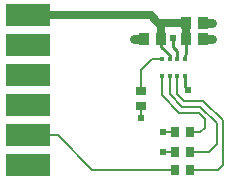
<source format=gtl>
G04 Layer_Physical_Order=1*
G04 Layer_Color=25308*
%FSLAX25Y25*%
%MOIN*%
G70*
G01*
G75*
%ADD10R,0.15000X0.07600*%
G04:AMPARAMS|DCode=11|XSize=13.78mil|YSize=13.78mil|CornerRadius=3.45mil|HoleSize=0mil|Usage=FLASHONLY|Rotation=270.000|XOffset=0mil|YOffset=0mil|HoleType=Round|Shape=RoundedRectangle|*
%AMROUNDEDRECTD11*
21,1,0.01378,0.00689,0,0,270.0*
21,1,0.00689,0.01378,0,0,270.0*
1,1,0.00689,-0.00345,-0.00345*
1,1,0.00689,-0.00345,0.00345*
1,1,0.00689,0.00345,0.00345*
1,1,0.00689,0.00345,-0.00345*
%
%ADD11ROUNDEDRECTD11*%
%ADD12R,0.03740X0.04134*%
%ADD13R,0.03150X0.03740*%
%ADD14R,0.03740X0.03150*%
%ADD15C,0.00600*%
%ADD16C,0.01000*%
%ADD17C,0.02500*%
%ADD18C,0.03000*%
%ADD19C,0.02400*%
D10*
X112500Y285000D02*
D03*
Y295000D02*
D03*
Y305000D02*
D03*
Y315000D02*
D03*
Y275000D02*
D03*
Y265000D02*
D03*
D11*
X164839Y294646D02*
D03*
X162279D02*
D03*
X159721D02*
D03*
X157161D02*
D03*
Y300354D02*
D03*
X159721D02*
D03*
X162279D02*
D03*
X164839D02*
D03*
D12*
X165146Y307000D02*
D03*
X170854D02*
D03*
X165146Y312500D02*
D03*
X170854D02*
D03*
X156854Y307000D02*
D03*
X151146D02*
D03*
D13*
X161441Y263500D02*
D03*
X166559D02*
D03*
X161441Y276000D02*
D03*
X166559D02*
D03*
X161441Y269500D02*
D03*
X166559D02*
D03*
D14*
X150267Y284674D02*
D03*
Y289792D02*
D03*
D15*
Y280733D02*
Y284674D01*
X153854Y300354D02*
X157161D01*
X150267Y296767D02*
X153854Y300354D01*
X150267Y289792D02*
Y296767D01*
X112500Y275000D02*
X122500D01*
X134000Y263500D01*
X161441D01*
X157500Y269500D02*
X161441D01*
X157500Y276000D02*
X161441D01*
X157161Y288339D02*
Y294646D01*
Y288339D02*
X163000Y282500D01*
X169500D01*
X171500Y280500D01*
Y277500D02*
Y280500D01*
X170000Y276000D02*
X171500Y277500D01*
X166559Y276000D02*
X170000D01*
X175500Y272000D02*
Y279000D01*
X170000Y284500D02*
X175500Y279000D01*
X164000Y284500D02*
X170000D01*
X159721Y288779D02*
X164000Y284500D01*
X166559Y269500D02*
X173000D01*
X175500Y272000D01*
X159721Y288779D02*
Y294646D01*
X162279Y288720D02*
Y294646D01*
Y288720D02*
X164500Y286500D01*
X171000D01*
X177500Y280000D01*
Y265000D02*
Y280000D01*
X176000Y263500D02*
X177500Y265000D01*
X166559Y263500D02*
X176000D01*
D16*
X165146Y302146D02*
Y307000D01*
X162279Y300354D02*
Y303221D01*
X161000Y304500D02*
X162279Y303221D01*
X161000Y304500D02*
Y307500D01*
X156854Y304500D02*
Y307000D01*
Y304500D02*
X159721Y301634D01*
Y300354D02*
Y301634D01*
X164839Y291161D02*
Y294646D01*
Y291161D02*
X166000Y290000D01*
X164839Y300354D02*
Y301839D01*
X165146Y302146D01*
D17*
Y307000D02*
Y312500D01*
X112500Y315000D02*
X153500D01*
X156854Y307000D02*
Y311646D01*
X156000Y312500D02*
X165146D01*
X153500Y315000D02*
X156000Y312500D01*
X156854Y311646D01*
D18*
X148000Y307000D02*
X151146D01*
X170854Y312500D02*
X174000D01*
X170854Y307000D02*
X174000D01*
D19*
X157500Y269500D02*
D03*
Y276000D02*
D03*
X161000Y307500D02*
D03*
X174000Y312500D02*
D03*
Y307000D02*
D03*
X148000D02*
D03*
X166000Y290000D02*
D03*
X150267Y280733D02*
D03*
M02*

</source>
